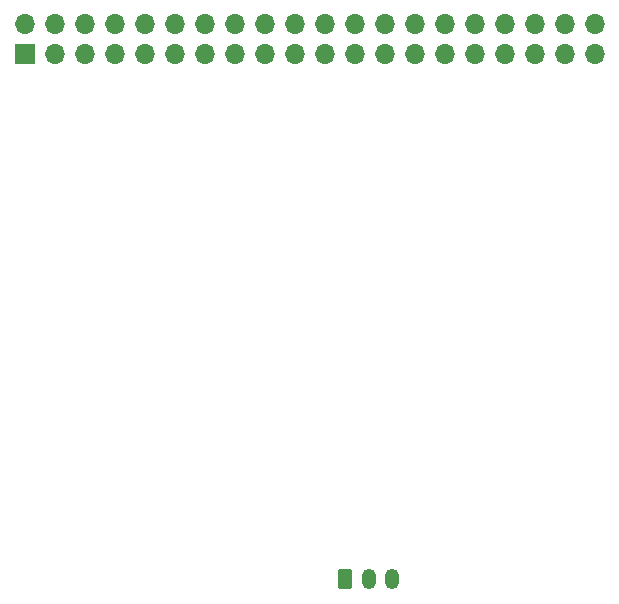
<source format=gbl>
G04 #@! TF.GenerationSoftware,KiCad,Pcbnew,(7.0.0)*
G04 #@! TF.CreationDate,2023-04-13T16:49:27+01:00*
G04 #@! TF.ProjectId,Pi_HAT,50695f48-4154-42e6-9b69-6361645f7063,rev?*
G04 #@! TF.SameCoordinates,Original*
G04 #@! TF.FileFunction,Copper,L2,Bot*
G04 #@! TF.FilePolarity,Positive*
%FSLAX46Y46*%
G04 Gerber Fmt 4.6, Leading zero omitted, Abs format (unit mm)*
G04 Created by KiCad (PCBNEW (7.0.0)) date 2023-04-13 16:49:27*
%MOMM*%
%LPD*%
G01*
G04 APERTURE LIST*
G04 Aperture macros list*
%AMRoundRect*
0 Rectangle with rounded corners*
0 $1 Rounding radius*
0 $2 $3 $4 $5 $6 $7 $8 $9 X,Y pos of 4 corners*
0 Add a 4 corners polygon primitive as box body*
4,1,4,$2,$3,$4,$5,$6,$7,$8,$9,$2,$3,0*
0 Add four circle primitives for the rounded corners*
1,1,$1+$1,$2,$3*
1,1,$1+$1,$4,$5*
1,1,$1+$1,$6,$7*
1,1,$1+$1,$8,$9*
0 Add four rect primitives between the rounded corners*
20,1,$1+$1,$2,$3,$4,$5,0*
20,1,$1+$1,$4,$5,$6,$7,0*
20,1,$1+$1,$6,$7,$8,$9,0*
20,1,$1+$1,$8,$9,$2,$3,0*%
G04 Aperture macros list end*
G04 #@! TA.AperFunction,ComponentPad*
%ADD10RoundRect,0.250000X-0.350000X-0.625000X0.350000X-0.625000X0.350000X0.625000X-0.350000X0.625000X0*%
G04 #@! TD*
G04 #@! TA.AperFunction,ComponentPad*
%ADD11O,1.200000X1.750000*%
G04 #@! TD*
G04 #@! TA.AperFunction,ComponentPad*
%ADD12R,1.700000X1.700000*%
G04 #@! TD*
G04 #@! TA.AperFunction,ComponentPad*
%ADD13O,1.700000X1.700000*%
G04 #@! TD*
G04 APERTURE END LIST*
D10*
X135490000Y-93220000D03*
D11*
X137489999Y-93219999D03*
X139489999Y-93219999D03*
D12*
X108369999Y-48769999D03*
D13*
X108369999Y-46229999D03*
X110909999Y-48769999D03*
X110909999Y-46229999D03*
X113449999Y-48769999D03*
X113449999Y-46229999D03*
X115989999Y-48769999D03*
X115989999Y-46229999D03*
X118529999Y-48769999D03*
X118529999Y-46229999D03*
X121069999Y-48769999D03*
X121069999Y-46229999D03*
X123609999Y-48769999D03*
X123609999Y-46229999D03*
X126149999Y-48769999D03*
X126149999Y-46229999D03*
X128689999Y-48769999D03*
X128689999Y-46229999D03*
X131229999Y-48769999D03*
X131229999Y-46229999D03*
X133769999Y-48769999D03*
X133769999Y-46229999D03*
X136309999Y-48769999D03*
X136309999Y-46229999D03*
X138849999Y-48769999D03*
X138849999Y-46229999D03*
X141389999Y-48769999D03*
X141389999Y-46229999D03*
X143929999Y-48769999D03*
X143929999Y-46229999D03*
X146469999Y-48769999D03*
X146469999Y-46229999D03*
X149009999Y-48769999D03*
X149009999Y-46229999D03*
X151549999Y-48769999D03*
X151549999Y-46229999D03*
X154089999Y-48769999D03*
X154089999Y-46229999D03*
X156629999Y-48769999D03*
X156629999Y-46229999D03*
M02*

</source>
